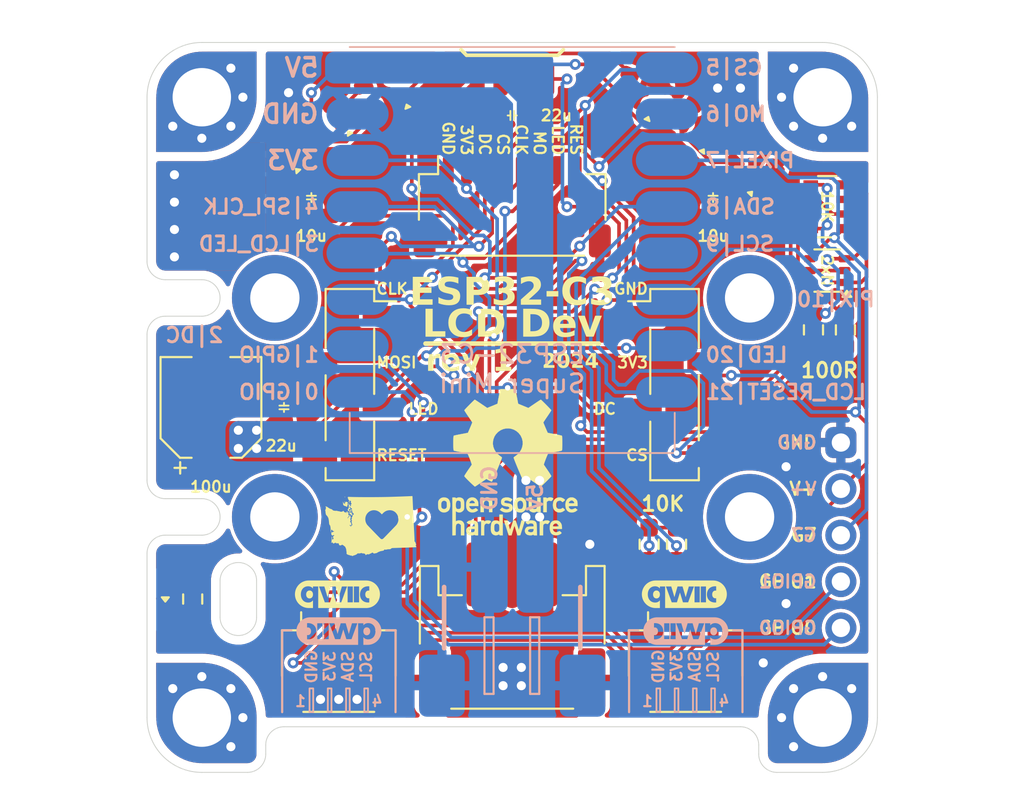
<source format=kicad_pcb>
(kicad_pcb (version 20240108) (generator "pcbnew") (generator_version "8.0")
  (layers (0 "F.Cu" signal) (31 "B.Cu" signal) (34 "B.Paste" user) (35 "F.Paste" user) (36 "B.SilkS" user "B.Silkscreen") (37 "F.SilkS" user "F.Silkscreen") (38 "B.Mask" user) (39 "F.Mask" user) (44 "Edge.Cuts" user))
  (net 0 "")
  (net 1 "GND")
  (net 2 "SDA")
  (net 3 "+3V3")
  (net 4 "SCL")
  (net 5 "NEOPIXEL_1_DATA_5V")
  (net 6 "STATUS_LED")
  (net 7 "SPI_MOSI")
  (net 8 "LCD_DC")
  (net 9 "NEOPIXEL_1_DATA_3V3")
  (net 10 "+5V")
  (net 11 "SPI_CLK")
  (net 12 "NEOPIXEL_2_DATA_3V3")
  (net 13 "NEOPIXEL_2_DATA_5V")
  (net 14 "LCD_BACKLIGHT")
  (net 15 "LCD_RESET")
  (net 16 "LCD_CS")
  (net 17 "ENC_DT")
  (net 18 "ENC_CLK")
  (net 19 "Net-(LED1-A)")
  (net 20 "Net-(LED2-DOUT)")
  (net 21 "Net-(LED3-DOUT)")
  (net 22 "Net-(LED4-DOUT)")
  (net 23 "Net-(LED5-DOUT)")
  (net 24 "Net-(LED6-DOUT)")
  (net 26 "/NP1_5V")
  (net 27 "/NP2_5V")
  (footprint "MountingHole:MountingHole_2.7mm_M2.5_DIN965_Pad" (layer "F.Cu") (at 113 64)
    (property "Reference" "REF**" (hide yes))
    (property "Value" "MountingHole_2.7mm_M2.5_DIN965_Pad")
  )
  (footprint "custom:C_0603_1608Metric_Pad1.08x0.95mm_HandSolder" (layer "F.Cu") (at 111 58.5 -90)
    (property "Reference" "C7" (hide yes))
    (property "Value" "10u")
  )
  (footprint "lcsc:LED-SMD_4P-L2.0-W2.0-BR-1" (layer "F.Cu") (at 92.945172 52.669914 22)
    (property "Reference" "LED4")
    (property "Value" "WS2812B-2020")
  )
  (footprint "connectors:STEMMA-Signal-SMD-horizontal" (layer "F.Cu") (at 100 82)
    (property "Reference" "J4" (hide yes))
    (property "Value" "STEMMA-Signal")
  )
  (footprint "Connector_PinSocket_2.54mm:PinSocket_1x04_P2.54mm_Vertical_SMD_Pin1Left" (layer "F.Cu") (at 108.89 68.75)
    (property "Reference" "J8" (hide yes))
    (property "Value" "Pin headers")
  )
  (footprint "lcsc:LED-SMD_4P-L2.0-W2.0-BR-1" (layer "F.Cu") (at 107.054828 52.669914 -22)
    (property "Reference" "LED5")
    (property "Value" "WS2812B-2020")
  )
  (footprint "mechanical:MountingHole_3.2mm_M3_Pad_Via_corner_compact" (layer "F.Cu") (at 117 53 180)
    (property "Reference" "REF**" (hide yes))
    (property "Value" "MountingHole_3.2mm_M3_Pad_Via_corner_compact" (hide yes))
  )
  (footprint "custom:C_0603_1608Metric_Pad1.08x0.95mm_HandSolder" (layer "F.Cu") (at 100 54 180)
    (property "Reference" "C3" (hide yes))
    (property "Value" "22u")
  )
  (footprint "custom:C_0603_1608Metric_Pad1.08x0.95mm_HandSolder" (layer "F.Cu") (at 89 58.5 -90)
    (property "Reference" "C6" (hide yes))
    (property "Value" "10u")
  )
  (footprint "Capacitor_SMD:CP_Elec_5x5.4" (layer "F.Cu") (at 83.5 70 90)
    (property "Reference" "C1" (hide yes))
    (property "Value" "100u")
  )
  (footprint "Resistor_SMD:R_Array_Convex_4x0603" (layer "F.Cu") (at 117.25 59 180)
    (property "Reference" "RN2" (hide yes))
    (property "Value" "10K")
  )
  (footprint "connectors:Qwiic-SMD-horizontal-logo-bottom-pinout" (layer "F.Cu") (at 90.5 84)
    (property "Reference" "J2" (hide yes))
    (property "Value" "Qwiic")
  )
  (footprint "custom:LED_0603_1608Metric_Pad1.05x0.95mm_HandSolder_simple" (layer "F.Cu") (at 81 80.5 90)
    (property "Reference" "LED1" (hide yes))
    (property "Value" "LED_Small")
  )
  (footprint "graphics:wa-state-heart-5mm" (layer "F.Cu") (at 92.25 76.5)
    (property "Reference" "G***" (hide yes))
    (property "Value" "LOGO" (hide yes))
  )
  (footprint "lcsc:LED-SMD_4P-L2.0-W2.0-BR-1" (layer "F.Cu") (at 86.704162 56.722873 44)
    (property "Reference" "LED2")
    (property "Value" "WS2812B-2020")
  )
  (footprint "lcsc:LED-SMD_4P-L2.0-W2.0-BR-1" (layer "F.Cu") (at 110.370461 54.395923 -33)
    (property "Reference" "LED6")
    (property "Value" "WS2812B-2020")
  )
  (footprint "connectors:Qwiic-SMD-horizontal-logo-bottom-pinout" (layer "F.Cu") (at 109.5 84)
    (property "Reference" "J3" (hide yes))
    (property "Value" "Qwiic")
  )
  (footprint "Resistor_SMD:R_0603_1608Metric_Pad0.98x0.95mm_HandSolder" (layer "F.Cu") (at 82.5 80.5 -90)
    (property "Reference" "R1" (hide yes))
    (property "Value" "10K")
  )
  (footprint "Resistor_SMD:R_0603_1608Metric_Pad0.98x0.95mm_HandSolder" (layer "F.Cu") (at 109 77.5 90)
    (property "Reference" "R5" (hide yes))
    (property "Value" "10K")
  )
  (footprint "MountingHole:MountingHole_2.7mm_M2.5_DIN965_Pad" (layer "F.Cu") (at 87 76)
    (property "Reference" "REF**" (hide yes))
    (property "Value" "MountingHole_2.7mm_M2.5_DIN965_Pad")
  )
  (footprint "mechanical:MountingHole_3.2mm_M3_Pad_Via_corner_NW-curve_compact" (layer "F.Cu") (at 117 87 90)
    (property "Reference" "REF**" (hide yes))
    (property "Value" "MountingHole_3.2mm_M3_Pad_Via_corner_NW-curve_compact" (hide yes))
  )
  (footprint "lcsc:LED-SMD_4P-L2.0-W2.0-BR-1" (layer "F.Cu") (at 113.295838 56.722873 -44)
    (property "Reference" "LED7")
    (property "Value" "WS2812B-2020")
  )
  (footprint "custom:C_0603_1608Metric_Pad1.08x0.95mm_HandSolder" (layer "F.Cu") (at 87.5 70 90)
    (property "Reference" "C2" (hide yes))
    (property "Value" "22u")
  )
  (footprint "lcsc:LED-SMD_4P-L2.0-W2.0-BR-1" (layer "F.Cu") (at 89.629539 54.395923 33)
    (property "Reference" "LED3")
    (property "Value" "WS2812B-2020")
  )
  (footprint "Resistor_SMD:R_0603_1608Metric_Pad0.98x0.95mm_HandSolder" (layer "F.Cu") (at 118.25 65.75 -90)
    (property "Reference" "R3" (hide yes))
    (property "Value" "100R")
  )
  (footprint "mechanical:MountingHole_3.2mm_M3_Pad_Via_corner_compact" (layer "F.Cu") (at 83 53 -90)
    (property "Reference" "REF**" (hide yes))
    (property "Value" "MountingHole_3.2mm_M3_Pad_Via_corner_compact" (hide yes))
  )
  (footprint "Package_TO_SOT_SMD:SOT-363_SC-70-6" (layer "F.Cu") (at 117.25 62.5 180)
    (property "Reference" "Q1" (hide yes))
    (property "Value" "2N7002DW")
  )
  (footprint "Resistor_SMD:R_0603_1608Metric_Pad0.98x0.95mm_HandSolder" (layer "F.Cu") (at 107.5 77.5 90)
    (property "Reference" "R4" (hide yes))
    (property "Value" "10K")
  )
  (footprint "Connector_PinSocket_2.54mm:PinSocket_1x04_P2.54mm_Vertical_SMD_Pin1Right" (layer "F.Cu") (at 91.11 68.75)
    (property "Reference" "J7" (hide yes))
    (property "Value" "Pin headers")
  )
  (footprint "MountingHole:MountingHole_2.7mm_M2.5_DIN965_Pad" (layer "F.Cu") (at 113 76)
    (property "Reference" "REF**" (hide yes))
    (property "Value" "MountingHole_2.7mm_M2.5_DIN965_Pad")
  )
  (footprint "lcsc:SENSORS-SMD_VEML7700-TR" (layer "F.Cu") (at 100 52)
    (property "Reference" "U1" (hide yes))
    (property "Value" "VEML7700")
  )
  (footprint "MountingHole:MountingHole_2.7mm_M2.5_DIN965_Pad" (layer "F.Cu") (at 87 64)
    (property "Reference" "REF**" (hide yes))
    (property "Value" "MountingHole_2.7mm_M2.5_DIN965_Pad")
  )
  (footprint "Symbol:OSHW-Logo_7.5x8mm_SilkScreen" (layer "F.Cu") (at 99.75 73)
    (property "Reference" "REF**" (hide yes))
    (property "Value" "OSHW-Logo_7.5x8mm_SilkScreen" (hide yes))
  )
  (footprint "Resistor_SMD:R_0603_1608Metric_Pad0.98x0.95mm_HandSolder" (layer "F.Cu") (at 116.5 65.75 90)
    (property "Reference" "R2" (hide yes))
    (property "Value" "100R")
  )
  (footprint "mechanical:MountingHole_3.2mm_M3_Pad_Via_corner_SE-curve_compact" (layer "F.Cu") (at 83 87)
    (property "Reference" "REF**" (hide yes))
    (property "Value" "MountingHole_3.2mm_M3_Pad_Via_corner_SE-curve_compact" (hide yes))
  )
  (footprint "connectors:JST_SH_SM08B-SRSS-TB_1x08-1MP_P1.00mm_Horizontal" (layer "F.Cu") (at 100 59)
    (property "Reference" "J5")
    (property "Value" "JST SH")
  )
  (footprint "modules:ESP32-C3-Super-Mini-Castellated-SMD-only" (layer "B.Cu") (at 100 59 180)
    (property "Reference" "SM1" (hide yes))
    (property "Value" "~")
  )
  (footprint "custom:PinHeader_1x05_P2.54mm_Vertical_simple_pad1gnd" (layer "B.Cu") (at 118 71.925 180)
    (property "Reference" "J6" (hide yes))
    (property "Value" "Pin headers")
  )
  (footprint "custom:Conn_Combo_JST-1x02-XH_PH-SMD-pad2gnd" (layer "B.Cu") (at 100 79.5 180)
    (property "Reference" "J1" (hide yes))
    (property "Value" "JST XH/PH")
  )
  (gr_line (start 95.25 66.5) (end 104.75 66.5) (stroke (width 0.25)) (layer "F.SilkS"))
  (gr_line (start 80 74) (end 80 66) (stroke (width 0.05)) (layer "Edge.Cuts"))
  (gr_line (start 117 50) (end 83 50) (stroke (width 0.05)) (layer "Edge.Cuts"))
  (gr_line (start 120 78) (end 120 53) (stroke (width 0.05)) (layer "Edge.Cuts"))
  (gr_arc (start 81 75) (mid 80.292893 74.707107) (end 80 74) (stroke (width 0.05)) (layer "Edge.Cuts"))
  (gr_arc (start 83 75) (mid 84 76) (end 83 77) (stroke (width 0.05)) (layer "Edge.Cuts"))
  (gr_line (start 113.5 89) (end 113.5 88.5) (stroke (width 0.05)) (layer "Edge.Cuts"))
  (gr_arc (start 80 66) (mid 80.292893 65.292893) (end 81 65) (stroke (width 0.05)) (layer "Edge.Cuts"))
  (gr_line (start 112.5 87.5) (end 87.5 87.5) (stroke (width 0.05)) (layer "Edge.Cuts"))
  (gr_arc (start 86.5 89) (mid 86.207107 89.707107) (end 85.5 90) (stroke (width 0.05)) (layer "Edge.Cuts"))
  (gr_arc (start 112.5 87.5) (mid 113.207107 87.792893) (end 113.5 88.5) (stroke (width 0.05)) (layer "Edge.Cuts"))
  (gr_line (start 86.5 89) (end 86.5 88.5) (stroke (width 0.05)) (layer "Edge.Cuts"))
  (gr_arc (start 86.5 88.5) (mid 86.792893 87.792893) (end 87.5 87.5) (stroke (width 0.05)) (layer "Edge.Cuts"))
  (gr_arc (start 83 63) (mid 84 64) (end 83 65) (stroke (width 0.05)) (layer "Edge.Cuts"))
  (gr_line (start 86 79.5) (end 86 81.5) (stroke (width 0.05)) (layer "Edge.Cuts"))
  (gr_line (start 80 78) (end 80 87) (stroke (width 0.05)) (layer "Edge.Cuts"))
  (gr_arc (start 114.5 90) (mid 113.792893 89.707107) (end 113.5 89) (stroke (width 0.05)) (layer "Edge.Cuts"))
  (gr_line (start 83 63) (end 81 63) (stroke (width 0.05)) (layer "Edge.Cuts"))
  (gr_arc (start 80 78) (mid 80.292893 77.292893) (end 81 77) (stroke (width 0.05)) (layer "Edge.Cuts"))
  (gr_line (start 83 65) (end 81 65) (stroke (width 0.05)) (layer "Edge.Cuts"))
  (gr_arc (start 84 79.5) (mid 85 78.5) (end 86 79.5) (stroke (width 0.05)) (layer "Edge.Cuts"))
  (gr_arc (start 117 50) (mid 119.12132 50.87868) (end 120 53) (stroke (width 0.05)) (layer "Edge.Cuts"))
  (gr_arc (start 83 90) (mid 80.87868 89.12132) (end 80 87) (stroke (width 0.05)) (layer "Edge.Cuts"))
  (gr_arc (start 86 81.5) (mid 85 82.5) (end 84 81.5) (stroke (width 0.05)) (layer "Edge.Cuts"))
  (gr_arc (start 120 87) (mid 119.12132 89.12132) (end 117 90) (stroke (width 0.05)) (layer "Edge.Cuts"))
  (gr_arc (start 81 63) (mid 80.292893 62.707107) (end 80 62) (stroke (width 0.05)) (layer "Edge.Cuts"))
  (gr_line (start 84 81.5) (end 84 79.5) (stroke (width 0.05)) (layer "Edge.Cuts"))
  (gr_line (start 80 53) (end 80 62) (stroke (width 0.05)) (layer "Edge.Cuts"))
  (gr_arc (start 80 53) (mid 80.87868 50.87868) (end 83 50) (stroke (width 0.05)) (layer "Edge.Cuts"))
  (gr_line (start 85.5 90) (end 83 90) (stroke (width 0.05)) (layer "Edge.Cuts"))
  (gr_line (start 120 78) (end 120 87) (stroke (width 0.05)) (layer "Edge.Cuts"))
  (gr_line (start 83 77) (end 81 77) (stroke (width 0.05)) (layer "Edge.Cuts"))
  (gr_line (start 114.5 90) (end 117 90) (stroke (width 0.05)) (layer "Edge.Cuts"))
  (gr_line (start 83 75) (end 81 75) (stroke (width 0.05)) (layer "Edge.Cuts"))
  (gr_text "SDA|8" (at 110.5 59 0) (layer "B.SilkS") (effects (font (size 0.8 0.8) (thickness 0.16) (bold yes)) (justify right mirror)))
  (gr_text "3|LCD_LED" (at 89.5 61.04 0) (layer "B.SilkS") (effects (font (size 0.8 0.8) (thickness 0.16) (bold yes)) (justify left mirror)))
  (gr_text "0|GPIO" (at 89.5 69.16 0) (layer "B.SilkS") (effects (font (size 0.8 0.8) (thickness 0.16) (bold yes)) (justify left mirror)))
  (gr_text "2|DC" (at 84.25 66.04 0) (layer "B.SilkS") (effects (font (size 0.8 0.8) (thickness 0.16) (bold yes)) (justify left mirror)))
  (gr_text "GND" (at 98.75 75.75 90) (layer "B.SilkS") (effects (font (size 0.8 0.8) (thickness 0.16) (bold yes)) (justify right mirror)))
  (gr_text "LED|20" (at 110.5 67.12 0) (layer "B.SilkS") (effects (font (size 0.8 0.8) (thickness 0.16) (bold yes)) (justify right mirror)))
  (gr_text "LCD_RESET|21" (at 110.5 69.16 0) (layer "B.SilkS") (effects (font (size 0.8 0.8) (thickness 0.16) (bold yes)) (justify right mirror)))
  (gr_text "GPIO0" (at 116.75 82.085 0) (layer "B.SilkS") (effects (font (size 0.7 0.7) (thickness 0.14) (bold yes)) (justify left mirror)))
  (gr_text "3V3" (at 89.5 56.46 0) (layer "B.SilkS") (effects (font (size 1 1) (thickness 0.2) (bold yes)) (justify left mirror)))
  (gr_text "CS|5" (at 110.5 51.38 0) (layer "B.SilkS") (effects (font (size 0.8 0.8) (thickness 0.16) (bold yes)) (justify right mirror)))
  (gr_text "GND" (at 89.5 53.92 0) (layer "B.SilkS") (effects (font (size 1 1) (thickness 0.2) (bold yes)) (justify left mirror)))
  (gr_text "V+" (at 116.75 74.465 0) (layer "B.SilkS") (effects (font (size 0.7 0.7) (thickness 0.14) (bold yes)) (justify left mirror)))
  (gr_text "GND" (at 116.75 71.925 0) (layer "B.SilkS") (effects (font (size 0.7 0.7) (thickness 0.14) (bold yes)) (justify left mirror)))
  (gr_text "MO|6" (at 110.5 53.92 0) (layer "B.SilkS") (effects (font (size 0.8 0.8) (thickness 0.16) (bold yes)) (justify right mirror)))
  (gr_text "4|SPI_CLK" (at 89.5 59 0) (layer "B.SilkS") (effects (font (size 0.8 0.8) (thickness 0.16) (bold yes)) (justify left mirror)))
  (gr_text "G7" (at 116.75 77.005 0) (layer "B.SilkS") (effects (font (size 0.7 0.7) (thickness 0.14) (bold yes)) (justify left mirror)))
  (gr_text "PIX|10" (at 115.5 64.08 0) (layer "B.SilkS") (effects (font (size 0.8 0.8) (thickness 0.16) (bold yes)) (justify right mirror)))
  (gr_text "1|GPIO" (at 89.5 67.12 0) (layer "B.SilkS") (effects (font (size 0.8 0.8) (thickness 0.16) (bold yes)) (justify left mirror)))
  (gr_text "PIXEL|7" (at 110.5 56.46 0) (layer "B.SilkS") (effects (font (size 0.8 0.8) (thickness 0.16) (bold yes)) (justify right mirror)))
  (gr_text "5V" (at 101.25 75.75 90) (layer "B.SilkS") (effects (font (size 0.8 0.8) (thickness 0.16) (bold yes)) (justify right mirror)))
  (gr_text "5V" (at 89.5 51.38 0) (layer "B.SilkS") (effects (font (size 1 1) (thickness 0.2) (bold yes)) (justify left mirror)))
  (gr_text "SCL|9" (at 110.5 61.04 0) (layer "B.SilkS") (effects (font (size 0.8 0.8) (thickness 0.16) (bold yes)) (justify right mirror)))
  (gr_text "GPIO1" (at 116.75 79.545 0) (layer "B.SilkS") (effects (font (size 0.7 0.7) (thickness 0.14) (bold yes)) (justify left mirror)))
  (gr_text "GPIO0" (at 116.75 82.08 0) (layer "F.SilkS") (effects (font (size 0.7 0.7) (thickness 0.14) (bold yes)) (justify right)))
  (gr_text "10K" (at 117.25 59 -90) (layer "F.SilkS") (effects (font (size 0.6 0.6) (thickness 0.12) (bold yes))))
  (gr_text "CLK" (at 92.5 63.5 0) (layer "F.SilkS") (effects (font (size 0.6 0.6) (thickness 0.12) (bold yes)) (justify left)))
  (gr_text "10K" (at 108.25 75.75 0) (layer "F.SilkS") (effects (font (size 0.8 0.8) (thickness 0.16) (bold yes)) (justify bottom)))
  (gr_text "22u" (at 101.5 54 0) (layer "F.SilkS") (effects (font (size 0.6 0.6) (thickness 0.12) (bold yes)) (justify left)))
  (gr_text "10u" (at 111 60.25 0) (layer "F.SilkS") (effects (font (size 0.6 0.6) (thickness 0.12) (bold yes)) (justify top)))
  (gr_text "100u" (at 83.5 74 0) (layer "F.SilkS") (effects (font (size 0.6 0.6) (thickness 0.12) (bold yes)) (justify top)))
  (gr_text "CS" (at 107.5 72.62 0) (layer "F.SilkS") (effects (font (size 0.6 0.6) (thickness 0.12) (bold yes)) (justify right)))
  (gr_text "CS" (at 99.5 56.25 -90) (layer "F.SilkS") (effects (font (size 0.6 0.6) (thickness 0.12) (bold yes)) (justify right)))
  (gr_text "22u" (at 87.35 71.75 0) (layer "F.SilkS") (effects (font (size 0.6 0.6) (thickness 0.12) (bold yes)) (justify top)))
  (gr_text "CLK" (at 100.5 56.25 -90) (layer "F.SilkS") (effects (font (size 0.6 0.6) (thickness 0.12) (bold yes)) (justify right)))
  (gr_text "DC" (at 98.5 56.25 -90) (layer "F.SilkS") (effects (font (size 0.6 0.6) (thickness 0.12) (bold yes)) (justify right)))
  (gr_text "GND" (at 107.5 63.5 0) (layer "F.SilkS") (effects (font (size 0.6 0.6) (thickness 0.12) (bold yes)) (justify right)))
  (gr_text "LCD Dev" (at 100 65.5 0) (layer "F.SilkS") (effects (font (size 1.5 1.5) (thickness 0.3) (bold yes))))
  (gr_text "LED" (at 102.5 56.25 -90) (layer "F.SilkS") (effects (font (size 0.6 0.6) (thickness 0.12) (bold yes)) (justify right)))
  (gr_text "ESP32-C3" (at 100 63.75 0) (layer "F.SilkS") (effects (font (size 1.5 1.5) (thickness 0.3) (bold yes))))
  (gr_text "GPIO1" (at 116.75 79.54 0) (layer "F.SilkS") (effects (font (size 0.7 0.7) (thickness 0.14) (bold yes)) (justify right)))
  (gr_text "3V3" (at 97.5 56.25 -90) (layer "F.SilkS") (effects (font (size 0.6 0.6) (thickness 0.12) (bold yes)) (justify right)))
  (gr_text "MO" (at 101.5 56.25 -90) (layer "F.SilkS") (effects (font (size 0.6 0.6) (thickness 0.12) (bold yes)) (justify right)))
  (gr_text "V+" (at 116.75 74.46 0) (layer "F.SilkS") (effects (font (size 0.7 0.7) (thickness 0.14) (bold yes)) (justify right)))
  (gr_text "DC" (at 105.75 70.08 0) (layer "F.SilkS") (effects (font (size 0.6 0.6) (thickness 0.12) (bold yes)) (justify right)))
  (gr_text "RES" (at 103.5 56.25 -90) (layer "F.SilkS") (effects (font (size 0.6 0.6) (thickness 0.12) (bold yes)) (justify right)))
  (gr_text "rev 1" (at 95.25 67.5 -0) (layer "F.SilkS") (effects (font (size 1.2 1.2) (thickness 0.24) (bold yes)) (justify left)))
  (gr_text "GND" (at 96.5 56.25 -90) (layer "F.SilkS") (effects (font (size 0.6 0.6) (thickness 0.12) (bold yes)) (justify right)))
  (gr_text "2024" (at 104.75 67.5 -0) (layer "F.SilkS") (effects (font (size 0.8 0.8) (thickness 0.24) (bold yes)) (justify right)))
  (gr_text "LED" (at 94.25 70.08 0) (layer "F.SilkS") (effects (font (size 0.6 0.6) (thickness 0.12) (bold yes)) (justify left)))
  (gr_text "2xN" (at 117.25 62.5 -90) (layer "F.SilkS") (effects (font (size 0.6 0.6) (thickness 0.12) (bold yes))))
  (gr_text "10u" (at 89 60.25 0) (layer "F.SilkS") (effects (font (size 0.6 0.6) (thickness 0.12) (bold yes)) (justify top)))
  (gr_text "GND" (at 116.75 71.92 0) (layer "F.SilkS") (effects (font (size 0.7 0.7) (thickness 0.14) (bold yes)) (justify right)))
  (gr_text "RESET" (at 92.5 72.62 0) (layer "F.SilkS") (effects (font (size 0.6 0.6) (thickness 0.12) (bold yes)) (justify left)))
  (gr_text "3V3" (at 107.5 67.54 0) (layer "F.SilkS") (effects (font (size 0.6 0.6) (thickness 0.12) (bold yes)) (justify right)))
  (gr_text "G7" (at 116.75 77 0) (layer "F.SilkS") (effects (font (size 0.7 0.7) (thickness 0.14) (bold yes)) (justify right)))
  (gr_text "100R" (at 117.375 67.5 0) (layer "F.SilkS") (effects (font (size 0.8 0.8) (thickness 0.16) (bold yes)) (justify top)))
  (gr_text "MOSI" (at 92.5 67.54 0) (layer "F.SilkS") (effects (font (size 0.6 0.6) (thickness 0.12) (bold yes)) (justify left)))
  (segment (start 99.37 53.7675) (end 99.1375 54) (width 0.2) (layer "F.Cu") (net 1))
  (segment (start 99.37 52) (end 99.37 53.7675) (width 0.2) (layer "F.Cu") (net 1))
  (segment (start 86.900041 55.63011) (end 86.900041 56.599959) (width 0.2) (layer "F.Cu") (net 1))
  (segment (start 86.900041 56.599959) (end 86.75 56.75) (width 0.2) (layer "F.Cu") (net 1))
  (via (at 115 80.75) (size 1) (drill 0.5) (layers "F.Cu" "B.Cu") (net 1))
  (via (at 91.5 86) (size 1) (drill 0.5) (layers "F.Cu" "B.Cu") (net 1))
  (via (at 99.5 84.25) (size 1) (drill 0.5) (layers "F.Cu" "B.Cu") (net 1))
  (via (at 99.5 85.25) (size 1) (drill 0.5) (layers "F.Cu" "B.Cu") (net 1))
  (via (at 87.75 52.75) (size 1) (drill 0.5) (layers "F.Cu" "B.Cu") (net 1))
  (via (at 100.5 85.25) (size 1) (drill 0.5) (layers "F.Cu" "B.Cu") (net 1))
  (via (at 81.5 61.75) (size 1) (drill 0.5) (layers "F.Cu" "B.Cu") (net 1))
  (via (at 81.5 60.25) (size 1) (drill 0.5) (layers "F.Cu" "B.Cu") (net 1))
  (via (at 104.25 77.5) (size 1) (drill 0.5) (layers "F.Cu" "B.Cu") (net 1))
  (via (at 115 73.25) (size 1) (drill 0.5) (layers "F.Cu" "B.Cu") (net 1))
  (via (at 90.5 86) (size 1) (drill 0.5) (layers "F.Cu" "B.Cu") (net 1))
  (via (at 81.5 57.25) (size 1) (drill 0.5) (layers "F.Cu" "B.Cu") (net 1))
  (via (at 111.25 52.5) (size 1) (drill 0.5) (layers "F.Cu" "B.Cu") (net 1))
  (via (at 113.75 84) (size 1) (drill 0.5) (layers "F.Cu" "B.Cu") (net 1))
  (via (at 100.5 84.25) (size 1) (drill 0.5) (layers "F.Cu" "B.Cu") (net 1))
  (via (at 89.5 86) (size 1) (drill 0.5) (layers "F.Cu" "B.Cu") (net 1))
  (via (at 112.5 52.5) (size 1) (drill 0.5) (layers "F.Cu" "B.Cu") (net 1))
  (via (at 81.5 58.75) (size 1) (drill 0.5) (layers "F.Cu" "B.Cu") (net 1))
  (segment (start 107.5 78.4125) (end 107.5 77.575313) (width 0.2) (layer "F.Cu") (net 2))
  (segment (start 110 82.5) (end 108.85 83.65) (width 0.2) (layer "F.Cu") (net 2))
  (segment (start 93.765552 82.35) (end 92.340552 80.925) (width 0.2) (layer "F.Cu") (net 2))
  (segment (start 92.340552 80.925) (end 91.075 80.925) (width 0.2) (layer "F.Cu") (net 2))
  (segment (start 110 80.9125) (end 110 82) (width 0.2) (layer "F.Cu") (net 2))
  (segment (start 107.5 78.4125) (end 110 80.9125) (width 0.2) (layer "F.Cu") (net 2))
  (segment (start 106.250429 83.5) (end 105.100429 82.35) (width 0.2) (layer "F.Cu") (net 2))
  (segment (start 94.5 55.59) (end 98.09 52) (width 0.2) (layer "F.Cu") (net 2))
  (segment (start 107.5 77.575313) (end 107.500313 77.575) (width 0.2) (layer "F.Cu") (net 2))
  (segment (start 110 82) (end 110 82.5) (width 0.2) (layer "F.Cu") (net 2))
  (segment (start 91.075 80.925) (end 91 81) (width 0.2) (layer "F.Cu") (net 2))
  (segment (start 94.5 58) (end 94.5 55.59) (width 0.2) (layer "F.Cu") (net 2))
  (segment (start 108.85 83.65) (end 106.40043 83.65) (width 0.2) (layer "F.Cu") (net 2))
  (segment (start 91 81) (end 91 82) (width 0.2) (layer "F.Cu") (net 2))
  (segment (start 98.5 62.9) (end 101.960327 62.9) (width 0.2) (layer "F.Cu") (net 2))
  (segment (start 106.40043 83.65) (end 106.250429 83.5) (width 0.2) (layer "F.Cu") (net 2))
  (segment (start 101.960327 62.9) (end 103.7 61.160327) (width 0.2) (layer "F.Cu") (net 2))
  (segment (start 105.100429 82.35) (end 93.765552 82.35) (width 0.2) (layer "F.Cu") (net 2))
  (via (at 107.500313 77.575) (size 0.6) (drill 0.3) (layers "F.Cu" "B.Cu") (net 2))
  (via (at 103.7 61.160327) (size 0.6) (drill 0.3) (layers "F.Cu" "B.Cu") (net 2))
  (via (at 98.5 62.9) (size 0.6) (drill 0.3) (layers "F.Cu" "B.Cu") (net 2))
  (via (at 94.5 58) (size 0.6) (drill 0.3) (layers "F.Cu" "B.Cu") (net 2))
  (segment (start 103.5 67.164215) (end 103.5 63.12) (width 0.2) (layer "B.Cu") (net 2))
  (segment (start 94.5 58.25) (end 94.5 58) (width 0.2) (layer "B.Cu") (net 2))
  (segment (start 105.860327 59) (end 107.62 59) (width 0.2) (layer "B.Cu") (net 2))
  (segment (start 104.35 68.014215) (end 103.5 67.164215) (width 0.2) (layer "B.Cu") (net 2))
  (segment (start 104.35 73.490373) (end 104.35 68.014215) (width 0.2) (layer "B.Cu") (net 2))
  (segment (start 97.889951 60.574265) (end 95.915686 58.6) (width 0.2) (layer "B.Cu") (net 2))
  (segment (start 98.774265 60.925736) (end 98.422794 60.574265) (width 0.2) (layer "B.Cu") (net 2))
  (segment (start 98.5 62.9) (end 98.774265 62.625735) (width 0.2) (layer "B.Cu") (net 2))
  (segment (start 98.422794 60.574265) (end 97.889951 60.574265) (width 0.2) (layer "B.Cu") (net 2))
  (segment (start 103.7 61.160327) (end 105.860327 59) (width 0.2) (layer "B.Cu") (net 2))
  (segment (start 94.85 58.6) (end 94.5 58.25) (width 0.2) (layer "B.Cu") (net 2))
  (segment (start 107.500313 76.640686) (end 104.35 73.490373) (width 0.2) (layer "B.Cu") (net 2))
  (segment (start 107.500313 77.575) (end 107.500313 76.640686) (width 0.2) (layer "B.Cu") (net 2))
  (segment (start 95.915686 58.6) (end 94.85 58.6) (width 0.2) (layer "B.Cu") (net 2))
  (segment (start 103.5 63.12) (end 107.62 59) (width 0.2) (layer "B.Cu") (net 2))
  (segment (start 98.774265 62.625735) (end 98.774265 60.925736) (width 0.2) (layer "B.Cu") (net 2))
  (segment (start 100.8625 54.296815) (end 100.8625 54) (width 0.2) (layer "F.Cu") (net 3))
  (segment (start 108.684314 83.25) (end 106.566115 83.25) (width 0.2) (layer "F.Cu") (net 3))
  (segment (start 97.5 56.584448) (end 98.159448 55.925) (width 0.2) (layer "F.Cu") (net 3))
  (segment (start 115.65 62.174999) (end 115.975001 62.5) (width 0.2) (layer "F.Cu") (net 3))
  (segment (start 90 82.5) (end 90 82) (width 0.2) (layer "F.Cu") (net 3))
  (segment (start 90 81.434315) (end 90 82) (width 0.2) (layer "F.Cu") (net 3))
  (segment (start 88 84) (end 88.5 84) (width 0.2) (layer "F.Cu") (net 3))
  (segment (start 116.35 60.2) (end 115.8 60.2) (width 0.2) (layer "F.Cu") (net 3))
  (segment (start 93.931237 81.95) (end 92.765685 80.784448) (width 0.2) (layer "F.Cu") (net 3))
  (segment (start 98.75 66.325735) (end 98.75 72.434314) (width 0.2) (layer "F.Cu") (net 3))
  (segment (start 100.63 52) (end 100.63 53.7675) (width 0.2) (layer "F.Cu") (net 3))
  (segment (start 117.25 58) (end 117.05 57.8) (width 0.2) (layer "F.Cu") (net 3))
  (segment (start 114.1 78.65) (end 118 74.75) (width 0.2) (layer "F.Cu") (net 3))
  (segment (start 109 76.5875) (end 109.8375 76.5875) (width 0.2) (layer "F.Cu") (net 3))
  (segment (start 90.675 80.759315) (end 90 81.434315) (width 0.2) (layer "F.Cu") (net 3))
  (segment (start 115.8 60.2) (end 115.65 60.35) (width 0.2) (layer "F.Cu") (net 3))
  (segment (start 97.2 73.984314) (end 97.2 76.484314) (width 0.2) (layer "F.Cu") (net 3))
  (segment (start 118 74.465) (end 119.4 73.065) (width 0.2) (layer "F.Cu") (net 3))
  (segment (start 100.63 53.7675) (end 100.8625 54) (width 0.2) (layer "F.Cu") (net 3))
  (segment (start 119.4 70.85) (end 118.8 70.25) (width 0.2) (layer "F.Cu") (net 3))
  (segment (start 93.959314 79.725) (end 90.975 79.725) (width 0.2) (layer "F.Cu") (net 3))
  (segment (start 116.35 60.2) (end 117.05 60.2) (width 0.2) (layer "F.Cu") (net 3))
  (segment (start 99 66.075735) (end 98.75 66.325735) (width 0.2) (layer "F.Cu") (net 3))
  (segment (start 115.975001 62.5) (end 116.3 62.5) (width 0.2) (layer "F.Cu") (net 3))
  (segment (start 97.5 58) (end 97.5 57) (width 0.2) (layer "F.Cu") (net 3))
  (segment (start 98.159448 55.925) (end 99.234315 55.925) (width 0.2) (layer "F.Cu") (net 3))
  (segment (start 119.4 73.065) (end 119.4 70.85) (width 0.2) (layer "F.Cu") (net 3))
  (segment (start 111.315 68.25) (end 110.545 67.48) (width 0.2) (layer "F.Cu") (net 3))
  (segment (start 92.506238 80.525) (end 90.909314 80.525) (width 0.2) (layer "F.Cu") (net 3))
  (segment (start 106.725 77.3625) (end 107.5 76.5875) (width 0.2) (layer "F.Cu") (net 3))
  (segment (start 90.975 79.725) (end 90.25 79) (width 0.2) (layer "F.Cu") (net 3))
  (segment (start 118.2 62.5) (end 116.3 62.5) (width 0.2) (layer "F.Cu") (net 3))
  (segment (start 97.2 76.484314) (end 93.959314 79.725) (width 0.2) (layer "F.Cu") (net 3))
  (segment (start 109.8375 76.5875) (end 111.9 78.65) (width 0.2) (layer "F.Cu") (net 3))
  (segment (start 97.5 57) (end 97.5 56.584448) (width 0.2) (layer "F.Cu") (net 3))
  (segment (start 107.033278 79.2) (end 106.725 78.891722) (width 0.2) (layer "F.Cu") (net 3))
  (segment (start 98.75 72.434314) (end 97.2 73.984314) (width 0.2) (layer "F.Cu") (net 3))
  (segment (start 88.5 84) (end 90 82.5) (width 0.2) (layer "F.Cu") (net 3))
  (segment (start 90.909314 80.525) (end 90.675 80.759315) (width 0.2) (layer "F.Cu") (net 3))
  (segment (start 111.9 78.65) (end 114.1 78.65) (width 0.2) (layer "F.Cu") (net 3))
  (segment (start 106.566115 83.25) (end 105.266115 81.95) (width 0.2) (layer "F.Cu") (net 3))
  (segment (start 92.765685 80.784448) (end 92.506238 80.525) (width 0.2) (layer "F.Cu") (net 3))
  (segment (start 118 74.75) (end 118 74.465) (width 0.2) (layer "F.Cu") (net 3))
  (segment (start 109 82) (end 109 82.934314) (width 0.2) (layer "F.Cu") (net 3))
  (segment (start 117.05 57.8) (end 116.35 57.8) (width 0.2) (layer "F.Cu") (net 3))
  (segment (start 107.5 76.5875) (end 109 76.5875) (width 0.2) (layer "F.Cu") (net 3))
  (segment (start 99.234315 55.925) (end 100.8625 54.296815) (width 0.2) (layer "F.Cu") (net 3))
  (segment (start 105.266115 81.95) (end 93.931237 81.95) (width 0.2) (layer "F.Cu") (net 3))
  (segment (start 112 68.25) (end 111.315 68.25) (width 0.2) (layer "F.Cu") (net 3))
  (segment (start 109 80.478186) (end 107.721814 79.2) (width 0.2) (layer "F.Cu") (net 3))
  (segment (start 109 82) (end 109 80.478186) (width 0.2) (layer "F.Cu") (net 3))
  (segment (start 106.725 78.891722) (end 106.725 77.3625) (width 0.2) (layer "F.Cu") (net 3))
  (segment (start 109 82.934314) (end 108.684314 83.25) (width 0.2) (layer "F.Cu") (net 3))
  (segment (start 115.65 60.35) (end 115.65 62.174999) (width 0.2) (layer "F.Cu") (net 3))
  (segment (start 107.721814 79.2) (end 107.033278 79.2) (width 0.2) (layer "F.Cu") (net 3))
  (segment (start 117.05 60.2) (end 117.25 60) (width 0.2) (layer "F.Cu") (net 3))
  (via (at 112 68.25) (size 0.6) (drill 0.3) (layers "F.Cu" "B.Cu") (net 3))
  (via (at 117.25 60) (size 0.6) (drill 0.3) (layers "F.Cu" "B.Cu") (net 3))
  (via (at 88 84) (size 0.6) (drill 0.3) (layers "F.Cu" "B.Cu") (net 3))
  (via (at 99 66.075735) (size 0.6) (drill 0.3) (layers "F.Cu" "B.Cu") (net 3))
  (via (at 117.25 58) (size 0.6) (drill 0.3) (layers "F.Cu" "B.Cu") (net 3))
  (via (at 97.5 58) (size 0.6) (drill 0.3) (layers "F.Cu" "B.Cu") (net 3))
  (via (at 90.25 79) (size 0.6) (drill 0.3) (layers "F.Cu" "B.Cu") (net 3))
  (via (at 118.8 70.25) (size 0.6) (drill 0.3) (layers "F.Cu" "B.Cu") (net 3))
  (segment (start 116.399997 70.25) (end 118.8 70.25) (width 0.2) (layer "B.Cu") (net 3))
  (segment (start 99.174265 65.90147) (end 99.174265 59.674265) (width 0.2) (layer "B.Cu") (net 3))
  (segment (start 92.38 56.46) (end 91.04 56.46) (width 0.2) (layer "B.Cu") (net 3))
  (segment (start 117.25 60) (end 117.25 58) (width 0.2) (layer "B.Cu") (net 3))
  (segment (start 114.399997 68.25) (end 116.399997 70.25) (width 0.2) (layer "B.Cu") (net 3))
  (segment (start 119 62.61849) (end 118.815755 62.434245) (width 0.2) (layer "B.Cu") (net 3))
  (segment (start 95.96 56.46) (end 97.5 58) (width 0.2) (layer "B.Cu") (net 3))
  (segment (start 90.25 79) (end 90.25 81.75) (width 0.2) (layer "B.Cu") (net 3))
  (segment (start 117 60.25) (end 117.25 60) (width 0.2) (layer "B.Cu") (net 3))
  (segment (start 117.395118 61.296452) (end 117 60.901334) (width 0.2) (layer "B.Cu") (net 3))
  (segment (start 99 66.075735) (end 99.174265 65.90147) (width 0.2) (layer "B.Cu") (net 3))
  (segment (start 118.815755 62.434245) (end 117.677961 61.296452) (width 0.2) (layer "B.Cu") (net 3))
  (segment (start 90.25 81.75) (end 88 84) (width 0.2) (layer "B.Cu") (net 3))
  (segment (start 117 60.901334) (end 117 60.25) (width 0.2) (layer "B.Cu") (net 3))
  (segment (start 118.8 70.25) (end 119 70.05) (width 0.2) (layer "B.Cu") (net 3))
  (segment (start 119 70.05) (end 119 62.61849) (width 0.2) (layer "B.Cu") (net 3))
  (segment (start 112 68.25) (end 114.399997 68.25) (width 0.2) (layer "B.Cu") (net 3))
  (segment (start 92.38 56.46) (end 95.96 56.46) (width 0.2) (layer "B.Cu") (net 3))
  (segment (start 117.677961 61.296452) (end 117.395118 61.296452) (width 0.2) (layer "B.Cu") (net 3))
  (segment (start 91.04 56.46) (end 91 56.5) (width 0.2) (layer "B.Cu") (net 3))
  (segment (start 99.174265 59.674265) (end 97.5 58) (width 0.2) (layer "B.Cu") (net 3))
  (segment (start 92.849866 82) (end 92 82) (width 0.2) (layer "F.Cu") (net 4))
  (segment (start 109 78.4125) (end 109 79.346814) (width 0.2) (layer "F.Cu") (net 4))
  (segment (start 105.85 59.915686) (end 104.934314 59) (width 0.2) (layer "F.Cu") (net 4))
  (segment (start 110.340552 83.075) (end 109.990686 83.075) (width 0.2) (layer "F.Cu") (net 4))
  (segment (start 109.000313 78.412187) (end 109 78.4125) (width 0.2) (layer "F.Cu") (net 4))
  (segment (start 109.990686 83.075) (end 109.015686 84.05) (width 0.2) (layer "F.Cu") (net 4))
  (segment (start 111 81.346814) (end 111 82) (width 0.2) (layer "F.Cu") (net 4))
  (segment (start 104.934744 82.75) (end 93.599866 82.75) (width 0.2) (layer "F.Cu") (net 4))
  (segment (start 105.85 62.55147) (end 105.85 59.915686) (width 0.2) (layer "F.Cu") (net 4))
  (segment (start 109.000313 77.575) (end 109.000313 78.412187) (width 0.2) (layer "F.Cu") (net 4))
  (segment (start 111 82.415552) (end 110.340552 83.075) (width 0.2) (layer "F.Cu") (net 4))
  (segment (start 104.934314 59) (end 103 59) (width 0.2) (layer "F.Cu") (net 4))
  (segment (start 109 79.346814) (end 111 81.346814) (width 0.2) (layer "F.Cu") (net 4))
  (segment (start 105.492181 62.909289) (end 105.85 62.55147) (width 0.2) (layer "F.Cu") (net 4))
  (segment (start 111 82) (end 111 82.415552) (width 0.2) (layer "F.Cu") (net 4))
  (segment (start 109.015686 84.05) (end 106.234744 84.05) (width 0.2) (layer "F.Cu") (net 4))
  (segment (start 106.234744 84.05) (end 104.934744 82.75) (width 0.2) (layer "F.Cu") (net 4))
  (segment (start 93.599866 82.75) (end 92.849866 82) (width 0.2) (layer "F.Cu") (net 4))
  (segment (start 101.9 52) (end 103 52) (width 0.2) (layer "F.Cu") (net 4))
  (via (at 109.000313 77.575) (size 0.6) (drill 0.3) (layers "F.Cu" "B.Cu") (net 4))
  (via (at 105.492181 62.909289) (size 0.6) (drill 0.3) (layers "F.Cu" "B.Cu") (net 4))
  (via (at 103 52) (size 0.6) (drill 0.3) (layers "F.Cu" "B.Cu") (net 4))
  (via (at 103 59) (size 0.6) (drill 0.3) (layers "F.Cu" "B.Cu") (net 4))
  (segment (start 104.75 67.848529) (end 104.75 73.324687) (width 0.2) (layer "B.Cu") (net 4))
  (segment (start 103 52) (end 102.75 52.25) (width 0.2) (layer "B.Cu") (net 4))
  (segment (start 106.86147 61.54) (end 107.62 61.54) (width 0.2) (layer "B.Cu") (net 4))
  (segment (start 102.75 58.75) (end 103 59) (width 0.2) (layer "B.Cu") (net 4))
  (segment (start 102.75 52.25) (end 102.75 58.75) (width 0.2) (layer "B.Cu") (net 4))
  (segment (start 105.492181 62.909289) (end 104.276397 62.909289) (width 0.2) (layer "B.Cu") (net 4))
  (segment (start 104.75 73.324687) (end 109.000313 77.575) (width 0.2) (layer "B.Cu") (net 4))
  (segment (start 104.276397 62.909289) (end 103.9 63.285686) (width 0.2) (layer "B.Cu") (net 4))
  (segment (start 103.9 63.285686) (end 103.9 66.998529) (width 0.2) (layer "B.Cu") (net 4))
  (segment (start 103.9 66.998529) (end 104.75 67.848529) (width 0.2) (layer "B.Cu") (net 4))
  (segment (start 105.492181 62.909289) (end 106.86147 61.54) (width 0.2) (layer "B.Cu") (net 4))
  (segment (start 98 74.315686) (end 99.55 72.765686) (width 0.2) (layer "F.Cu") (net 5))
  (segment (start 98 79.15) (end 98 74.315686) (width 0.2) (layer "F.Cu") (net 5))
  (segment (start 100 71.75) (end 111.4125 71.75) (width 0.2) (layer "F.Cu") (net 5))
  (segment (start 99.55 72.765686) (end 99.55 72.2) (width 0.2) (layer "F.Cu") (net 5))
  (segment (start 99.55 72.2) (end 100 71.75) (width 0.2) (layer "F.Cu") (net 5))
  (segment (start 111.4125 71.75) (end 116.5 66.6625) (width 0.2) (layer "F.Cu") (net 5))
  (segment (start 106.25 66.75) (end 101 66.75) (width 0.2) (layer "F.Cu") (net 6))
  (segment (start 101 66.75) (end 99.15 68.6) (width 0.2) (layer "F.Cu") (net 6))
  (segment (start 99.15 68.6) (end 99.15 72.6) (width 0.2) (layer "F.Cu") (net 6))
  (segment (start 85.897407 83.102593) (end 84.190093 83.102593) (width 0.2) (layer "F.Cu") (net 6))
  (segment (start 99.15 72.6) (end 97.6 74.15) (width 0.2) (layer "F.Cu") (net 6))
  (segment (start 84.190093 83.102593) (end 82.5 81.4125) (width 0.2) (layer "F.Cu") (net 6))
  (segment (start 97.6 76.65) (end 94.125 80.125) (width 0.2) (layer "F.Cu") (net 6))
  (segment (start 97.6 74.15) (end 97.6 76.65) (width 0.2) (layer "F.Cu") (net 6))
  (segment (start 88.875 80.125) (end 85.897407 83.102593) (width 0.2) (layer "F.Cu") (net 6))
  (segment (start 94.125 80.125) (end 88.875 80.125) (width 0.2) (layer "F.Cu") (net 6))
  (via (at 106.25 66.75) (size 0.6) (drill 0.3) (layers "F.Cu" "B.Cu") (net 6))
  (segment (start 106.25 66.75) (end 107.49 66.75) (width 0.2) (layer "B.Cu") (net 6))
  (segment (start 107.49 66.75) (end 107.62 66.62) (width 0.2) (layer "B.Cu") (net 6))
  (segment (start 94.173628 67.48) (end 89.455 67.48) (width 0.2) (layer "F.Cu") (net 7))
  (segment (start 101.5 57) (end 101.5 56.584448) (width 0.2) (layer "F.Cu") (net 7))
  (segment (start 101.5 56.584448) (end 102.159448 55.925) (width 0.2) (layer "F.Cu") (net 7))
  (segment (start 101.5 57.774999) (end 100.024999 59.25) (width 0.2) (layer "F.Cu") (net 7))
  (segment (start 96.5 67.131847) (end 95.936203 66.56805) (width 0.2) (layer "F.Cu") (net 7))
  (segment (start 101.5 57) (end 101.5 57.774999) (width 0.2) (layer "F.Cu") (net 7))
  (segment (start 95.936203 66.56805) (end 95.057298 66.56805) (width 0.2) (layer "F.Cu") (net 7))
  (segment (start 100.024999 59.25) (end 99.59853 59.25) (width 0.2) (layer "F.Cu") (net 7))
  (segment (start 102.159448 55.925) (end 103.875 55.925) (width 0.2) (layer "F.Cu") (net 7))
  (segment (start 103.875 55.925) (end 104.75 56.8) (width 0.2) (layer "F.Cu") (net 7))
  (segment (start 94.705827 66.919521) (end 94.705827 66.947801) (width 0.2) (layer "F.Cu") (net 7))
  (segment (start 94.705827 66.947801) (end 94.173628 67.48) (width 0.2) (layer "F.Cu") (net 7))
  (segment (start 96.5 67.5) (end 96.5 67.131847) (width 0.2) (layer "F.Cu") (net 7))
  (segment (start 95.057298 66.56805) (end 94.705827 66.919521) (width 0.2) (layer "F.Cu") (net 7))
  (via (at 99.59853 59.25) (size 0.6) (drill 0.3) (layers "F.Cu" "B.Cu") (net 7))
  (via (at 96.5 67.5) (size 0.6) (drill 0.3) (layers "F.Cu" "B.Cu") (net 7))
  (via (at 104.75 56.8) (size 0.6) (drill 0.3) (layers "F.Cu" "B.Cu") (net 7))
  (segment (start 99.6 66.4) (end 99.6 59.25147) (width 0.2) (layer "B.Cu") (net 7))
  (segment (start 104.75 56.8) (end 107.62 53.93) (width 0.2) (layer "B.Cu") (net 7))
  (segment (start 96.5 67.5) (end 96.7 67.3) (width 0.2) (layer "B.Cu") (net 7))
  (segment (start 97.492892 67.3) (end 98.042892 66.75) (width 0.2) (layer "B.Cu") (net 7))
  (segment (start 98.042892 66.75) (end 99.25 66.75) (width 0.2) (layer "B.Cu") (net 7))
  (segment (start 96.7 67.3) (end 97.492892 67.3) (width 0.2) (layer "B.Cu") (net 7))
  (segment (start 99.6 59.25147) (end 99.59853 59.25) (width 0.2) (layer "B.Cu") (net 7))
  (segment (start 99.25 66.75) (end 99.6 66.4) (width 0.2) (layer "B.Cu") (net 7))
  (segment (start 107.62 53.93) (end 107.62 53.92) (width 0.2) (layer "B.Cu") (net 7))
  (segment (start 97.531972 67.898725) (end 97.531972 67.531972) (width 0.2) (layer "F.Cu") (net 8))
  (segment (start 95.625 62.875) (end 98.5 60) (width 0.2) (layer "F.Cu") (net 8))
  (segment (start 107.235 70.02) (end 107.215 70) (width 0.2) (layer "F.Cu") (net 8))
  (segment (start 94.42 64.42) (end 94.42 64.08) (width 0.2) (layer "F.Cu") (net 8))
  (segment (start 104.25 70) (end 103.174265 68.924265) (width 0.2) (layer "F.Cu") (net 8))
  (segment (start 97.531972 67.531972) (end 94.42 64.42) (width 0.2) (layer "F.Cu") (net 8))
  (segment (start 103.174265 68.924265) (end 99.75 68.924265) (width 0.2) (layer "F.Cu") (net 8))
  (segment (start 107.215 70) (end 104.25 70) (width 0.2) (layer "F.Cu") (net 8))
  (segment (start 98.5 60) (end 98.5 57) (width 0.2) (layer "F.Cu") (net 8))
  (via (at 94.42 64.08) (size 0.6) (drill 0.3) (layers "F.Cu" "B.Cu") (net 8))
  (via (at 95.625 62.875) (size 0.6) (drill 0.3) (layers "F.Cu" "B.Cu") (net 8))
  (via (at 99.75 68.924265) (size 0.6) (drill 0.3) (layers "F.Cu" "B.Cu") (net 8))
  (via (at 97.531972 67.898725) (size 0.6) (drill 0.3) (layers "F.Cu" "B.Cu") (net 8))
  (segment (start 97.531972 67.898725) (end 98.557512 68.924265) (width 0.2) (layer "B.Cu") (net 8))
  (segment (start 98.557512 68.924265) (end 99.75 68.924265) (width 0.2) (layer "B.Cu") (net 8))
  (segment (start 94.42 64.08) (end 92.38 64.08) (width 0.2) (layer "B.Cu") (net 8))
  (segment (start 95.625 62.875) (end 94.42 64.08) (width 0.2) (layer "B.Cu") (net 8))
  (segment (start 118.140099 60.2) (end 118.15 60.2) (width 0.2) (layer "F.Cu") (net 9))
  (segment (start 117.453548 60.696452) (end 117.643647 60.696452) (width 0.2) (layer "F.Cu") (net 9))
  (segment (start 117.643647 60.696452) (end 118.140099 60.2) (width 0.2) (layer "F.Cu") (net 9))
  (segment (start 116.3 61.85) (end 117.453548 60.696452) (width 0.2) (layer "F.Cu") (net 9))
  (via (at 117.643647 60.696452) (size 0.6) (drill 0.3) (layers "F.Cu" "B.Cu") (net 9))
  (segment (start 117.643647 60.696452) (end 117.85 60.490099) (width 0.2) (layer "B.Cu") (net 9))
  (segment (start 117.85 60.490099) (end 117.85 57.751471) (width 0.2) (layer "B.Cu") (net 9))
  (segment (start 119.4 62.452805) (end 119.4 75.605) (width 0.2) (layer "B.Cu") (net 9))
  (segment (start 117.643647 60.696452) (end 119.4 62.452805) (width 0.2) (layer "B.Cu") (net 9))
  (segment (start 117.498529 57.4) (end 115.15 57.4) (width 0.2) (layer "B.Cu") (net 9))
  (segment (start 117.85 57.751471) (end 117.498529 57.4) (width 0.2) (layer "B.Cu") (net 9))
  (segment (start 114.21 56.46) (end 107.62 56.46) (width 0.2) (layer "B.Cu") (net 9))
  (segment (start 115.15 57.4) (end 114.21 56.46) (width 0.2) (layer "B.Cu") (net 9))
  (segment (start 119.4 75.605) (end 118 77.005) (width 0.2) (layer "B.Cu") (net 9))
  (segment (start 89.041639 56.291639) (end 89.228751 56.104527) (width 0.2) (layer "F.Cu") (net 10))
  (segment (start 89.36404 53.867732) (end 89 53.503692) (width 0.2) (layer "F.Cu") (net 10))
  (segment (start 89.228751 56.104527) (end 89.228751 55.431234) (width 0.2) (layer "F.Cu") (net 10))
  (segment (start 118.15 59.4) (end 117.55 59.4) (width 0.2) (layer "F.Cu") (net 10))
  (segment (start 111 57.6375) (end 111 56.565252) (width 0.2) (layer "F.Cu") (net 10))
  (segment (start 89.228751 55.431234) (end 90.910182 55.431234) (width 0.2) (layer "F.Cu") (net 10))
  (segment (start 116.75 58.6) (end 116.35 58.6) (width 0.2) (layer "F.Cu") (net 10))
  (segment (start 89 57.6375) (end 89 56.333278) (width 0.2) (layer "F.Cu") (net 10))
  (segment (start 89.36404 55.295945) (end 89.36404 53.867732) (width 0.2) (layer "F.Cu") (net 10))
  (segment (start 112.008187 58.645687) (end 116.304313 58.645687) (width 0.2) (layer "F.Cu") (net 10))
  (segment (start 109.261642 54.931641) (end 110.895253 56.565252) (width 0.2) (layer "F.Cu") (net 10))
  (segment (start 111 57.6375) (end 112.008187 58.645687) (width 0.2) (layer "F.Cu") (net 10))
  (segment (start 89.228751 55.431234) (end 89.36404 55.295945) (width 0.2) (layer "F.Cu") (net 10))
  (segment (start 116.304313 58.645687) (end 116.35 58.6) (width 0.2) (layer "F.Cu") (net 10))
  (segment (start 110.895253 56.565252) (end 111 56.565252) (width 0.2) (layer "F.Cu") (net 10))
  (segment (start 87.517642 57.815636) (end 89.041639 56.291639) (width 0.2) (layer "F.Cu") (net 10))
  (segment (start 92.354199 53.987217) (end 92.354199 53.60973) (width 0.2) (layer "F.Cu") (net 10))
  (segment (start 105.976867 52.935437) (end 104.24143 51.2) (width 0.2) (layer "F.Cu") (net 10))
  (segment (start 117.55 59.4) (end 116.75 58.6) (width 0.2) (layer "F.Cu") (net 10))
  (segment (start 107.114826 54.450883) (end 109.261642 54.450883) (width 0.2) (layer "F.Cu") (net 10))
  (segment (start 89 53.503692) (end 89 52.75) (width 0.2) (layer "F.Cu") (net 10))
  (segment (start 111 56.565252) (end 112.196904 56.565252) (width 0.2) (layer "F.Cu") (net 10))
  (segment (start 105.976867 53.312924) (end 107.114826 54.450883) (width 0.2) (layer "F.Cu") (net 10))
  (segment (start 86.508283 57.815636) (end 87.517642 57.815636) (width 0.2) (layer "F.Cu") (net 10))
  (segment (start 89 56.333278) (end 89.041639 56.291639) (width 0.2) (layer "F.Cu") (net 10))
  (segment (start 104.24143 51.2) (end 103.45 51.2) (width 0.2) (layer "F.Cu") (net 10))
  (segment (start 105.976867 52.935437) (end 105.976867 53.312924) (width 0.2) (layer "F.Cu") (net 10))
  (segment (start 90.910182 55.431234) (end 92.354199 53.987217) (width 0.2) (layer "F.Cu") (net 10))
  (segment (start 109.261642 54.450883) (end 109.261642 54.931641) (width 0.2) (layer "F.Cu") (net 10))
  (via (at 101.5 74) (size 1) (drill 0.5) (layers "F.Cu" "B.Cu") (net 10))
  (via (at 100.75 74) (size 1) (drill 0.5) (layers "F.Cu" "B.Cu") (net 10))
  (via (at 100.75 76) (size 1) (drill 0.5) (layers "F.Cu" "B.Cu") (net 10))
  (via (at 85 72.25) (size 1) (drill 0.5) (layers "F.Cu" "B.Cu") (net 10))
  (via (at 101.5 76) (size 1) (drill 0.5) (layers "F.Cu" "B.Cu") (net 10))
  (via (at 89 52.75) (size 0.6) (drill 0.3) (layers "F.Cu" "B.Cu") (net 10))
  (via (at 103.45 51.2) (size 0.6) (drill 0.3) (layers "F.Cu" "B.Cu") (net 10))
  (via (at 86 72.25) (size 1) (drill 0.5) (layers "F.Cu" "B.Cu") (net 10))
  (via (at 85 71.25) (size 1) (drill 0.5) (layers "F.Cu" "B.Cu") (net 10))
  (via (at 86 71.25) (size 1) (drill 0.5) (layers "F.Cu" "B.Cu") (net 10))
  (segment (start 102.2 51.2) (end 101.75 50.75) (width 0.2) (layer "B.Cu") (net 10))
  (segment (start 103.45 51.2) (end 102.2 51.2) (width 0.2) (layer "B.Cu") (net 10))
  (segment (start 90.37 51.38) (end 92.38 51.38) (width 0.2) (layer "B.Cu") (net 10))
  (segment (start 89 52.75) (end 90.37 51.38) (width 0.2) (layer "B.Cu") (net 10))
  (segment (start 98.9 60.44853) (end 98.9 59.1) (width 0.2) (layer "F.Cu") (net 11))
  (segment (start 98.9 59.1) (end 100.5 57.5) (width 0.2) (layer "F.Cu") (net 11))
  (segment (start 100.5 57.5) (end 100.5 57) (width 0.2) (layer "F.Cu") (net 11))
  (segment (start 98.174265 61.174265) (end 98.9 60.44853) (width 0.2) (layer "F.Cu") (net 11))
  (segment (start 93.379439 60.632463) (end 92.765 61.246902) (width 0.2) (layer "F.Cu") (net 11))
  (segment (start 92.765 61.246902) (end 92.765 64.94) (width 0.2) (layer "F.Cu") (net 11))
  (via (at 98.174265 61.174265) (size 0.6) (drill 0.3) (layers "F.Cu" "B.Cu") (net 11))
  (via (at 93.379439 60.632463) (size 0.6) (drill 0.3) (layers "F.Cu" "B.Cu") (net 11))
  (segment (start 93.379439 60.632463) (end 93.921241 61.174265) (width 0.2) (layer "B.Cu") (net 11))
  (segment (start 93.921241 61.174265) (end 98.174265 61.174265) (width 0.2) (layer "B.Cu") (net 11))
  (segment (start 98.174265 61.174265) (end 97.924265 61.174265) (width 0.2) (layer "B.Cu") (net 11))
  (segment (start 97.924265 61.174265) (end 95.75 59) (width 0.2) (layer "B.Cu") (net 11))
  (segment (start 95.75 59) (end 92.38 59) (width 0.2) (layer "B.Cu") (net 11))
  (segment (start 118.925 57.8) (end 118.15 57.8) (width 0.2) (layer "F.Cu") (net 12))
  (segment (start 118.2 63.15) (end 119.1 63.15) (width 0.2) (layer "F.Cu") (net 12))
  (segment (start 119.1 63.15) (end 119.4 62.85) (width 0.2) (layer "F.Cu") (net 12))
  (segment (start 118.2 63.15) (end 117.3 63.15) (width 0.2) (layer "F.Cu") (net 12))
  (segment (start 119.4 62.85) (end 119.4 58.275) (width 0.2) (layer "F.Cu") (net 12))
  (segment (start 119.4 58.275) (end 118.925 57.8) (width 0.2) (layer "F.Cu") (net 12))
  (segment (start 117.3 63.15) (end 117.25 63.1) (width 0.2) (layer "F.Cu") (net 12))
  (via (at 117.25 63.1) (size 0.6) (drill 0.3) (layers "F.Cu" "B.Cu") (net 12))
  (segment (start 109.17 64.08) (end 107.62 64.08) (width 0.2) (layer "B.Cu") (net 12))
  (segment (start 111.9 61.35) (end 109.17 64.08) (width 0.2) (layer "B.Cu") (net 12))
  (segment (start 117.25 63.1) (end 115.5 61.35) (width 0.2) (layer "B.Cu") (net 12))
  (segment (start 115.5 61.35) (end 111.9 61.35) (width 0.2) (layer "B.Cu") (net 12))
  (segment (start 99.248529 63.5) (end 95.401471 63.5) (width 0.2) (layer "F.Cu") (net 13))
  (segment (start 95.401471 63.5) (end 95.025 63.123529) (width 0.2) (layer "F.Cu") (net 13))
  (segment (start 96.75 61.184314) (end 96.75 60) (width 0.2) (layer "F.Cu") (net 13))
  (segment (start 99.448529 63.3) (end 99.248529 63.5) (width 0.2) (layer "F.Cu") (net 13))
  (segment (start 111.246814 71.35) (end 115.725 66.871814) (width 0.2) (layer "F.Cu") (net 13))
  (segment (start 96.25 59.5) (end 91.208361 59.5) (width 0.2) (layer "F.Cu") (net 13))
  (segment (start 116.033278 65.875) (end 117.4625 65.875) (width 0.2) (layer "F.Cu") (net 13))
  (segment (start 103.814444 61.957027) (end 103.468986 61.957027) (width 0.2) (layer "F.Cu") (net 13))
  (segment (start 85.605227 58.04859) (end 85.605227 56.880496) (width 0.2) (layer "F.Cu") (net 13))
  (segment (start 90.508361 60.2) (end 87.756637 60.2) (width 0.2) (layer "F.Cu") (net 13))
  (segment (start 95.659314 62.275) (end 96.75 61.184314) (width 0.2) (layer "F.Cu") (net 13))
  (segment (start 95.025 63.123529) (end 95.025 62.626471) (width 0.2) (layer "F.Cu") (net 13))
  (segment (start 103.468986 61.957027) (end 102.126013 63.3) (width 0.2) (layer "F.Cu") (net 13))
  (segment (start 96.75 60) (end 96.25 59.5) (width 0.2) (layer "F.Cu") (net 13))
  (segment (start 115.725 66.871814) (end 115.725 66.183278) (width 0.2) (layer "F.Cu") (net 13))
  (segment (start 87.756637 60.2) (end 85.605227 58.04859) (width 0.2) (layer "F.Cu") (net 13))
  (segment (start 117.4625 65.875) (end 118.25 66.6625) (width 0.2) (layer "F.Cu") (net 13))
  (segment (start 104.1 71.35) (end 111.246814 71.35) (width 0.2) (layer "F.Cu") (net 13))
  (segment (start 95.376471 62.275) (end 95.659314 62.275) (width 0.2) (layer "F.Cu") (net 13))
  (segment (start 95.025 62.626471) (end 95.376471 62.275) (width 0.2) (layer "F.Cu") (net 13))
  (segment (start 115.725 66.183278) (end 116.033278 65.875) (width 0.2) (layer "F.Cu") (net 13))
  (segment (start 91.208361 59.5) (end 90.508361 60.2) (width 0.2) (layer "F.Cu") (net 13))
  (segment (start 103.75 71) (end 104.1 71.35) (width 0.2) (layer "F.Cu") (net 13))
  (segment (start 102.126013 63.3) (end 99.448529 63.3) (width 0.2) (layer "F.Cu") (net 13))
  (via (at 103.814444 61.957027) (size 0.6) (drill 0.3) (layers "F.Cu" "B.Cu") (net 13))
  (via (at 103.75 71) (size 0.6) (drill 0.3) (layers "F.Cu" "B.Cu") (net 13))
  (segment (start 103.1 67.329901) (end 103.1 62.671471) (width 0.2) (layer "B.Cu") (net 13))
  (segment (start 103.1 62.671471) (end 103.814444 61.957027) (width 0.2) (layer "B.Cu") (net 13))
  (segment (start 103.95 68.179901) (end 103.1 67.329901) (width 0.2) (layer "B.Cu") (net 13))
  (segment (start 103.75 71) (end 103.95 70.8) (width 0.2) (layer "B.Cu") (net 13))
  (segment (start 103.95 70.8) (end 103.95 68.179901) (width 0.2) (layer "B.Cu") (net 13))
  (segment (start 96.389935 68.238464) (end 95.901471 67.75) (width 0.2) (layer "F.Cu") (net 14))
  (segment (start 95.01695 67.76805) (end 92.765 70.02) (width 0.2) (layer "F.Cu") (net 14))
  (segment (start 95.901471 67.75) (end 95.572406 67.75) (width 0.2) (layer "F.Cu") (net 14))
  (segment (start 95.572406 67.75) (end 95.554356 67.76805) (width 0.2) (layer "F.Cu") (net 14))
  (segment (start 98.456708 61.818291) (end 102.5 57.774999) (width 0.2) (layer "F.Cu") (net 14))
  (segment (start 97.530239 61.818291) (end 98.456708 61.818291) (width 0.2) (layer "F.Cu") (net 14))
  (segment (start 102.5 57.774999) (end 102.5 57) (width 0.2) (layer "F.Cu") (net 14))
  (segment (start 96.807693 68.238464) (end 96.389935 68.238464) (width 0.2) (layer "F.Cu") (net 14))
  (segment (start 95.554356 67.76805) (end 95.01695 67.76805) (width 0.2) (layer "F.Cu") (net 14))
  (segment (start 97.299265 62.049265) (end 97.530239 61.818291) (width 0.2) (layer "F.Cu") (net 14))
  (via (at 97.299265 62.049265) (size 0.6) (drill 0.3) (layers "F.Cu" "B.Cu") (net 14))
  (via (at 96.807693 68.238464) (size 0.6) (drill 0.3) (layers "F.Cu" "B.Cu") (net 14))
  (segment (start 95.9 67.251471) (end 96.251471 66.9) (width 0.2) (layer "B.Cu") (net 14))
  (segment (start 95.9 67.748529) (end 95.9 67.251471) (width 0.2) (layer "B.Cu") (net 14))
  (segment (start 96.824265 61.574265) (end 92.414265 61.574265) (width 0.2) (layer "B.Cu") (net 14))
  (segment (start 92.414265 61.574265) (end 92.38 61.54) (width 0.2) (layer "B.Cu") (net 14))
  (segment (start 98.75 64) (end 97.9 63.15) (width 0.2) (layer "B.Cu") (net 14))
  (segment (start 97.9 62.651471) (end 97.900736 62.650736) (width 0.2) (layer "B.Cu") (net 14))
  (segment (start 98.75 65.477206) (end 98.75 64) (width 0.2) (layer "B.Cu") (net 14))
  (segment (start 97.327206 66.9) (end 98.75 65.477206) (width 0.2) (layer "B.Cu") (net 14))
  (segment (start 97.900736 62.650736) (end 97.299265 62.049265) (width 0.2) (layer "B.Cu") (net 14))
  (segment (start 97.9 63.15) (end 97.9 62.651471) (width 0.2) (layer "B.Cu") (net 14))
  (segment (start 96.251471 66.9) (end 97.327206 66.9) (width 0.2) (layer "B.Cu") (net 14))
  (segment (start 97.299265 62.049265) (end 96.824265 61.574265) (width 0.2) (layer "B.Cu") (net 14))
  (segment (start 96.807693 68.238464) (end 96.389935 68.238464) (width 0.2) (layer "B.Cu") (net 14))
  (segment (start 96.389935 68.238464) (end 95.9 67.748529) (width 0.2) (layer "B.Cu") (net 14))
  (segment (start 103.284216 64.75) (end 98.15 64.75) (width 0.2) (layer "F.Cu") (net 15))
  (segment (start 89.455 72.56) (end 89.455 70.975) (width 0.2) (layer "F.Cu") (net 15))
  (segment (start 89.455 70.975) (end 91.21 69.22) (width 0.2) (layer "F.Cu") (net 15))
  (segment (start 103.5 57) (end 106.25 59.75) (width 0.2) (layer "F.Cu") (net 15))
  (segment (start 106.25 63) (end 105.732892 63.517108) (width 0.2) (layer "F.Cu") (net 15))
  (segment (start 105.732892 63.517108) (end 104.517108 63.517108) (width 0.2) (layer "F.Cu") (net 15))
  (segment (start 91.21 69.22) (end 92.999314 69.22) (width 0.2) (layer "F.Cu") (net 15))
  (segment (start 95.051264 67.16805) (end 95.305827 67.16805) (width 0.2) (layer "F.Cu") (net 15))
  (segment (start 106.25 59.75) (end 106.25 63) (width 0.2) (layer "F.Cu") (net 15))
  (segment (start 104.517108 63.517108) (end 103.284216 64.75) (width 0.2) (layer "F.Cu") (net 15))
  (segment (start 92.999314 69.22) (end 95.051264 67.16805) (width 0.2) (layer "F.Cu") (net 15))
  (via (at 104.517108 63.517108) (size 0.6) (drill 0.3) (layers "F.Cu" "B.Cu") (net 15))
  (via (at 98.15 64.75) (size 0.6) (drill 0.3) (layers "F.Cu" "B.Cu") (net 15))
  (via (at 95.305827 67.16805) (size 0.6) (drill 0.3) (layers "F.Cu" "B.Cu") (net 15))
  (segment (start 104.517108 63.517108) (end 104.3 63.734216) (width 0.2) (layer "B.Cu") (net 15))
  (segment (start 95.305827 67.16805) (end 95.973877 66.5) (width 0.2) (layer "B.Cu") (net 15))
  (segment (start 104.3 66.832843) (end 105.15 67.682843) (width 0.2) (layer "B.Cu") (net 15))
  (segment (start 105.15 68.65) (end 105.66 69.16) (width 0.2) (layer "B.Cu") (net 15))
  (segment (start 105.15 67.682843) (end 105.15 68.65) (width 0.2) (layer "B.Cu") (net 15))
  (segment (start 105.66 69.16) (end 106.25 69.16) (width 0.2) (layer "B.Cu") (net 15))
  (segment (start 106.25 69.16) (end 107.62 69.16) (width 0.2) (layer "B.Cu") (net 15))
  (segment (start 95.973877 66.5) (end 97.16152 66.5) (width 0.2) (layer "B.Cu") (net 15))
  (segment (start 98.15 65.51152) (end 98.15 64.75) (width 0.2) (layer "B.Cu") (net 15))
  (segment (start 97.16152 66.5) (end 98.15 65.51152) (width 0.2) (layer "B.Cu") (net 15))
  (segment (start 104.3 63.734216) (end 104.3 66.832843) (width 0.2) (layer "B.Cu") (net 15))
  (segment (start 104.928387 57.862701) (end 106.65 59.584314) (width 0.2) (layer "F.Cu") (net 16))
  (segment (start 99.5 57) (end 99.5 56.225001) (width 0.2) (layer "F.Cu") (net 16))
  (segment (start 106.65 63.165686) (end 105.698578 64.117108) (width 0.2) (layer "F.Cu") (net 16))
  (segment (start 100.950001 54.775) (end 102.675 54.775) (width 0.2) (layer "F.Cu") (net 16))
  (segment (start 109 72.5) (end 110.485 72.5) (width 0.2) (layer "F.Cu") (net 16))
  (segment (start 99.5 56.225001) (end 100.950001 54.775) (width 0.2) (layer "F.Cu") (net 16))
  (segment (start 104.928387 57.579857) (end 104.928387 57.862701) (width 0.2) (layer "F.Cu") (net 16))
  (segment (start 105.698578 64.117108) (end 105.19246 64.117108) (width 0.2) (layer "F.Cu") (net 16))
  (segment (start 102.675 54.775) (end 104 53.45) (width 0.2) (layer "F.Cu") (net 16))
  (segment (start 106.65 59.584314) (end 106.65 63.165686) (width 0.2) (layer "F.Cu") (net 16))
  (segment (start 110.485 72.5) (end 110.545 72.56) (width 0.2) (layer "F.Cu") (net 16))
  (via (at 109 72.5) (size 0.6) (drill 0.3) (layers "F.Cu" "B.Cu") (net 16))
  (via (at 104.928387 57.579857) (size 0.6) (drill 0.3) (layers "F.Cu" "B.Cu") (net 16))
  (via (at 105.19246 64.117108) (size 0.6) (drill 0.3) (layers "F.Cu" "B.Cu") (net 16))
  (via (at 104 53.45) (size 0.6) (drill 0.3) (layers "F.Cu" "B.Cu") (net 16))
  (segment (start 105.825686 68.76) (end 106.196827 68.76) (width 0.2) (layer "B.Cu") (net 16))
  (segment (start 104.7 66.667157) (end 105.55 67.517157) (width 0.2) (layer "B.Cu") (net 16))
  (segment (start 104.928387 57.579857) (end 104.681328 57.579857) (width 0.2) (layer "B.Cu") (net 16))
  (segment (start 105.19246 64.117108) (end 104.7 64.609568) (width 0.2) (layer "B.Cu") (net 16))
  (segment (start 106.956827 68) (end 109.786346 68) (width 0.2) (layer "B.Cu") (net 16))
  (segment (start 105.55 68.484314) (end 105.825686 68.76) (width 0.2) (layer "B.Cu") (net 16))
  (segment (start 107.5 51.5) (end 107.62 51.38) (width 0.2) (layer "B.Cu") (net 16))
  (segment (start 105.95 51.5) (end 107.5 51.5) (width 0.2) (layer "B.Cu") (net 16))
  (segment (start 104.7 64.609568) (end 104.7 66.667157) (width 0.2) (layer "B.Cu") (net 16))
  (segment (start 104.681328 57.579857) (end 104 56.898529) (width 0.2) (layer "B.Cu") (net 16))
  (segment (start 105.55 67.517157) (end 105.55 68.484314) (width 0.2) (layer "B.Cu") (net 16))
  (segment (start 109.786346 68) (end 110.47 68.683654) (width 0.2) (layer "B.Cu") (net 16))
  (segment (start 106.196827 68.76) (end 106.956827 68) (width 0.2) (layer "B.Cu") (net 16))
  (segment (start 110.47 71.03) (end 109 72.5) (width 0.2) (layer "B.Cu") (net 16))
  (segment (start 104 53.45) (end 105.95 51.5) (width 0.2) (layer "B.Cu") (net 16))
  (segment (start 110.47 68.683654) (end 110.47 71.03) (width 0.2) (layer "B.Cu") (net 16))
  (segment (start 104 56.898529) (end 104 53.45) (width 0.2) (layer "B.Cu") (net 16))
  (segment (start 94.920002 75.869999) (end 95.050003 76) (width 0.2) (layer "F.Cu") (net 17))
  (segment (start 95.134581 69.737851) (end 95.134581 70.48395) (width 0.2) (layer "F.Cu") (net 17))
  (segment (start 95.134581 70.48395) (end 94.920002 70.698529) (width 0.2) (layer "F.Cu") (net 17))
  (segment (start 94.920002 70.698529) (end 94.920002 75.869999) (width 0.2) (layer "F.Cu") (net 17))
  (via (at 95.050003 76) (size 0.6) (drill 0.3) (layers "F.Cu" "B.Cu") (net 17))
  (via (at 95.134581 69.737851) (size 0.6) (drill 0.3) (layers "F.Cu" "B.Cu") (net 17))
  (segment (start 94.85 76.200003) (end 94.85 76.248529) (width 0.2) (layer "B.Cu") (net 17))
  (segment (start 96.665686 82.6) (end 114.945 82.6) (width 0.2) (layer "B.Cu") (net 17))
  (segment (start 95.050003 76) (end 94.85 76.200003) (width 0.2) (layer "B.Cu") (net 17))
  (segment (start 94.65 76.448529) (end 94.65 80.584314) (width 0.2) (layer "B.Cu") (net 17))
  (segment (start 95.134581 69.737851) (end 95.134581 69.634581) (width 0.2) (layer "B.Cu") (net 17))
  (segment (start 94.65 80.584314) (end 96.665686 82.6) (width 0.2) (layer "B.Cu") (net 17))
  (segment (start 114.945 82.6) (end 118 79.545) (width 0.2) (layer "B.Cu") (net 17))
  (segment (start 94.85 76.248529) (end 94.65 76.448529) (width 0.2) (layer "B.Cu") (net 17))
  (segment (start 95.134581 69.634581) (end 92.38 66.88) (width 0.2) (layer "B.Cu") (net 17))
  (segment (start 92.38 66.88) (end 92.38 66.62) (width 0.2) (layer "B.Cu") (net 17))
  (segment (start 94.25 75.75) (end 94.25 76) (width 0.2) (layer "F.Cu") (net 18))
  (segment (start 94.520002 70.25) (end 94.520002 75.479998) (width 0.2) (layer "F.Cu") (net 18))
  (segment (start 94.520002 75.479998) (end 94.25 75.75) (width 0.2) (layer "F.Cu") (net 18))
  (via (at 94.520002 70.25) (size 0.6) (drill 0.3) (layers "F.Cu" "B.Cu") (net 18))
  (via (at 94.25 76) (size 0.6) (drill 0.3) (layers "F.Cu" "B.Cu") (net 18))
  (segment (start 96.5 83) (end 94.25 80.75) (width 0.2) (layer "B.Cu") (net 18))
  (segment (start 94.520002 70.25) (end 94.520002 69.585688) (width 0.2) (layer "B.Cu") (net 18))
  (segment (start 94.25 80.75) (end 94.25 76) (width 0.2) (layer "B.Cu") (net 18))
  (segment (start 94.520002 69.585688) (end 94.094314 69.16) (width 0.2) (layer "B.Cu") (net 18))
  (segment (start 118 82.085) (end 117.085 83) (width 0.2) (layer "B.Cu") (net 18))
  (segment (start 117.085 83) (end 96.5 83) (width 0.2) (layer "B.Cu") (net 18))
  (segment (start 94.094314 69.16) (end 92.38 69.16) (width 0.2) (layer "B.Cu") (net 18))
  (segment (start 82.4625 79.625) (end 82.5 79.5875) (width 0.2) (layer "F.Cu") (net 19))
  (segment (start 81 79.625) (end 82.4625 79.625) (width 0.2) (layer "F.Cu") (net 19))
  (segment (start 88.52072 54.340962) (end 87.803097 55.058585) (width 0.2) (layer "F.Cu") (net 20))
  (segment (start 87.803097 55.058585) (end 87.803097 56.56525) (width 0.2) (layer "F.Cu") (net 20))
  (segment (start 90.738358 54.450884) (end 91.09981 54.089432) (width 0.2) (layer "F.Cu") (net 21))
  (segment (start 91.09981 53.171792) (end 91.867211 52.404391) (width 0.2) (layer "F.Cu") (net 21))
  (segment (start 91.09981 54.089432) (end 91.09981 53.171792) (width 0.2) (layer "F.Cu") (net 21))
  (segment (start 96.35857 50.6) (end 105.333758 50.6) (width 0.2) (layer "F.Cu") (net 22))
  (segment (start 105.333758 50.6) (end 106.463856 51.730098) (width 0.2) (layer "F.Cu") (net 22))
  (segment (start 94.023133 52.935437) (end 96.35857 50.6) (width 0.2) (layer "F.Cu") (net 22))
  (segment (start 107.894917 53.360613) (end 107.6458 53.60973) (width 0.2) (layer "F.Cu") (net 23))
  (segment (start 109.969673 53.360613) (end 107.894917 53.360613) (width 0.2) (layer "F.Cu") (net 23))
  (segment (start 112.901084 55.431233) (end 113.09996 55.630109) (width 0.2) (layer "F.Cu") (net 24))
  (segment (start 110.771249 55.431233) (end 112.901084 55.431233) (width 0.2) (layer "F.Cu") (net 24))
  (segment (start 118.2 61.85) (end 117.3 61.85) (width 0.2) (layer "F.Cu") (net 26))
  (segment (start 118.15 58.6) (end 118.75 58.6) (width 0.2) (layer "F.Cu") (net 26))
  (segment (start 117.150735 64.849265) (end 116.511765 64.849265) (width 0.2) (layer "F.Cu") (net 26))
  (segment (start 118.675 61.85) (end 118.2 61.85) (width 0.2) (layer "F.Cu") (net 26))
  (segment (start 116.511765 64.849265) (end 116.5 64.8375) (width 0.2) (layer "F.Cu") (net 26))
  (segment (start 118.75 58.6) (end 119 58.85) (width 0.2) (layer "F.Cu") (net 26))
  (segment (start 119 61.525) (end 118.675 61.85) (width 0.2) (layer "F.Cu") (net 26))
  (segment (start 119 58.85) (end 119 61.525) (width 0.2) (layer "F.Cu") (net 26))
  (segment (start 117.3 61.85) (end 117.25 61.9) (width 0.2) (layer "F.Cu") (net 26))
  (via (at 117.150735 64.849265) (size 0.6) (drill 0.3) (layers "F.Cu" "B.Cu") (net 26))
  (via (at 117.25 61.9) (size 0.6) (drill 0.3) (layers "F.Cu" "B.Cu") (net 26))
  (segment (start 117.85 62.5) (end 117.85 64.15) (width 0.2) (layer "B.Cu") (net 26))
  (segment (start 117.25 61.9) (end 117.85 62.5) (width 0.2) (layer "B.Cu") (net 26))
  (segment (start 117.85 64.15) (end 117.150735 64.849265) (width 0.2) (layer "B.Cu") (net 26))
  (segment (start 115.975001 63.15) (end 115.25 62.424999) (width 0.2) (layer "F.Cu") (net 27))
  (segment (start 116.3 63.15) (end 115.975001 63.15) (width 0.2) (layer "F.Cu") (net 27))
  (segment (start 117.9875 64.8375) (end 116.3 63.15) (width 0.2) (layer "F.Cu") (net 27))
  (segment (start 115.75 59.4) (end 116.35 59.4) (width 0.2) (layer "F.Cu") (net 27))
  (segment (start 115.25 59.9) (end 115.75 59.4) (width 0.2) (layer "F.Cu") (net 27))
  (segment (start 115.25 62.424999) (end 115.25 59.9) (width 0.2) (layer "F.Cu") (net 27))
  (segment (start 118.25 64.8375) (end 117.9875 64.8375) (width 0.2) (layer "F.Cu") (net 27))
  (zone (net 10) (net_name "+5V") (layer "F.Cu") (priority 2) (connect_pads yes (clearance 0)) (min_thickness 0.25) (fill yes (thermal_gap 0.5) (thermal_bridge_width 0.5) (smoothing fillet) (radius 0.5))
    (polygon (pts (xy 99.5 81) (xy 100.5 81) (xy 100.5 77.25) (xy 102 75.75) (xy 102 73.5) (xy 100.25 73.5) (xy 100.25 76) (xy 99.5 76.75)))
  )
  (zone (net 10) (net_name "+5V") (layer "F.Cu") (priority 2) (connect_pads yes (clearance 0)) (min_thickness 0.25) (fill yes (thermal_gap 0.5) (thermal_bridge_width 0.5) (smoothing fillet) (radius 0.5))
    (polygon (pts (xy 82.75 70.75) (xy 86.5 70.75) (xy 87 70.25) (xy 88 70.25) (xy 88 73.75) (xy 82.75 73.75)))
  )
  (zone (net 1) (net_name "GND") (layers "F&B.Cu") (priority 1) (connect_pads yes (clearance 0)) (min_thickness 0.25) (fill yes (thermal_gap 0.25) (thermal_bridge_width 0.5) (smoothing fillet) (radius 0.5))
    (polygon (pts (xy 79.5 55.5) (xy 79.5 62.5) (xy 86.5 62.5) (xy 86.5 55.5)))
  )
  (zone (net 1) (net_name "GND") (layers "F&B.Cu") (connect_pads (clearance 0)) (min_thickness 0.25) (fill yes (thermal_gap 0.25) (thermal_bridge_width 0.5))
    (polygon (pts (xy 77.75 48) (xy 121.75 48) (xy 121.75 92) (xy 77.75 92)))
  )
  (zone (net 0) (net_name "") (layers "F&B.Cu") (connect_pads (clearance 0)) (min_thickness 0.25)
    (keepout (tracks not_allowed) (vias not_allowed) (pads not_allowed) (copperpour not_allowed) (footprints allowed))
    (fill (thermal_gap 0.5) (thermal_bridge_width 0.5))
    (polygon (pts (xy 114 90.5) (xy 112 90.5) (xy 112 87) (xy 114 87)))
  )
  (zone (net 0) (net_name "") (layers "F&B.Cu") (connect_pads (clearance 0)) (min_thickness 0.25)
    (keepout (tracks not_allowed) (vias not_allowed) (pads not_allowed) (copperpour not_allowed) (footprints allowed))
    (fill (thermal_gap 0.5) (thermal_bridge_width 0.5))
    (polygon (pts (xy 86 87) (xy 88 87) (xy 88 90.5) (xy 86 90.5)))
  )
  (zone (net 10) (net_name "+5V") (layer "B.Cu") (priority 2) (connect_pads yes (clearance 0)) (min_thickness 0.25) (fill yes (thermal_gap 0.5) (thermal_bridge_width 0.5) (smoothing fillet) (radius 0.5))
    (polygon (pts (xy 102.25 50.5) (xy 89.75 50.5) (xy 89.75 52.25) (xy 99.25 52.25) (xy 100.25 53.25) (xy 100.25 69.75) (xy 99.25 70.75) (xy 84.5 70.75) (xy 84.5 72.75) (xy 99.25 72.75) (xy 100.25 73.75) (xy 100.25 81.25) (xy 102.25 81.25)))
  )
)
</source>
